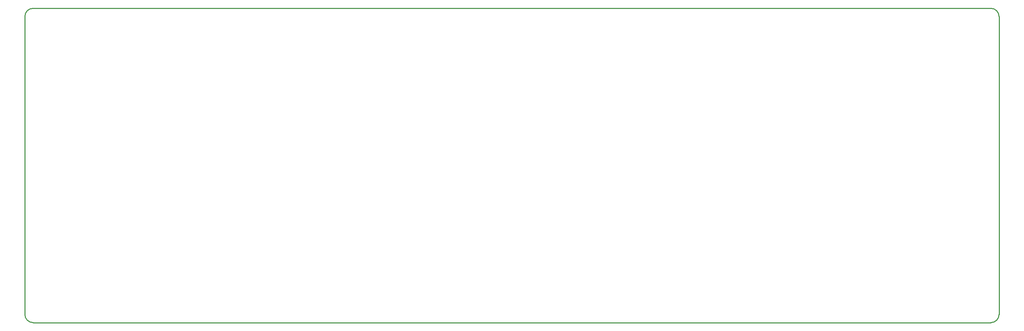
<source format=gko>
G04 Layer: BoardOutlineLayer*
G04 EasyEDA v6.5.42, 2024-05-12 21:08:59*
G04 f36f5017274649139e4d56ab36a3ba36,156c37ef0924441e834bf69462bb4c55,10*
G04 Gerber Generator version 0.2*
G04 Scale: 100 percent, Rotated: No, Reflected: No *
G04 Dimensions in millimeters *
G04 leading zeros omitted , absolute positions ,4 integer and 5 decimal *
%FSLAX45Y45*%
%MOMM*%

%ADD10C,0.2540*%
D10*
X24074950Y9630488D02*
G01*
X24074950Y2297503D01*
X345498Y9830483D02*
G01*
X23874953Y9830483D01*
X23874953Y2097504D02*
G01*
X345498Y2097504D01*
X145498Y2297503D02*
G01*
X145498Y9630488D01*
G75*
G01*
X145499Y9630481D02*
G02*
X345498Y9830481I199999J0D01*
G75*
G01*
X345498Y2097496D02*
G02*
X145499Y2297496I0J200000D01*
G75*
G01*
X23874954Y9830481D02*
G02*
X24074951Y9630481I-3J-200000D01*
G75*
G01*
X24074951Y2297499D02*
G02*
X23874951Y2097496I-200000J-3D01*

%LPD*%
M02*

</source>
